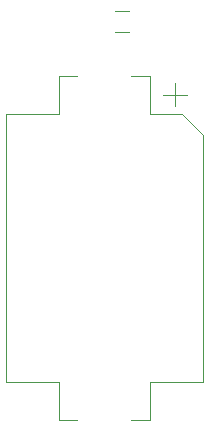
<source format=gbr>
%TF.GenerationSoftware,KiCad,Pcbnew,5.1.6*%
%TF.CreationDate,2020-08-14T17:13:24+01:00*%
%TF.ProjectId,wireless-temperaure-sensor,77697265-6c65-4737-932d-74656d706572,0.2*%
%TF.SameCoordinates,Original*%
%TF.FileFunction,Legend,Bot*%
%TF.FilePolarity,Positive*%
%FSLAX46Y46*%
G04 Gerber Fmt 4.6, Leading zero omitted, Abs format (unit mm)*
G04 Created by KiCad (PCBNEW 5.1.6) date 2020-08-14 17:13:24*
%MOMM*%
%LPD*%
G01*
G04 APERTURE LIST*
%ADD10C,0.120000*%
G04 APERTURE END LIST*
D10*
%TO.C,C1*%
X99945436Y-70464000D02*
X101149564Y-70464000D01*
X99945436Y-72284000D02*
X101149564Y-72284000D01*
%TO.C,BT1*%
X105060000Y-78551000D02*
X105060000Y-76551000D01*
X104060000Y-77551000D02*
X106060000Y-77551000D01*
X90710000Y-101901000D02*
X95210000Y-101901000D01*
X90710000Y-79201000D02*
X95210000Y-79201000D01*
X90710000Y-79201000D02*
X90710000Y-101901000D01*
X95210000Y-105101000D02*
X96760000Y-105101000D01*
X95210000Y-101901000D02*
X95210000Y-105101000D01*
X95210000Y-76001000D02*
X96760000Y-76001000D01*
X95210000Y-79201000D02*
X95210000Y-76001000D01*
X102910000Y-76001000D02*
X101360000Y-76001000D01*
X102910000Y-79201000D02*
X102910000Y-76001000D01*
X107410000Y-81001000D02*
X105610000Y-79201000D01*
X105610000Y-79201000D02*
X102910000Y-79201000D01*
X107410000Y-101901000D02*
X107410000Y-81001000D01*
X107410000Y-101901000D02*
X102910000Y-101901000D01*
X102910000Y-105101000D02*
X101360000Y-105101000D01*
X102910000Y-101901000D02*
X102910000Y-105101000D01*
%TD*%
M02*

</source>
